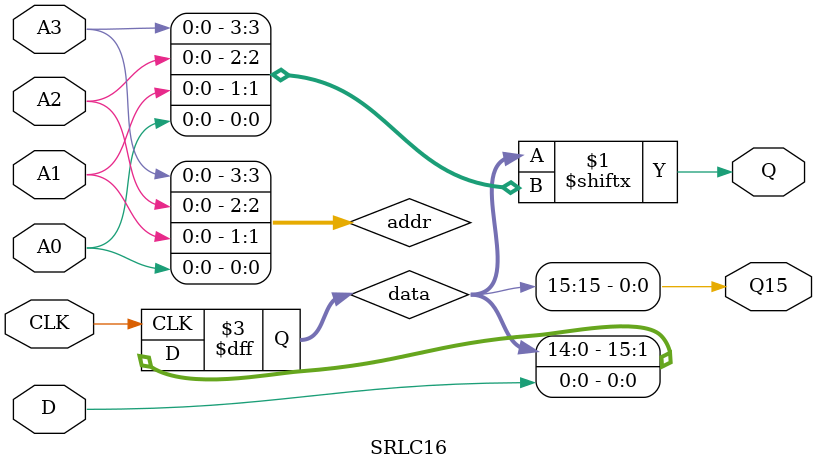
<source format=v>

/*

FUNCTION	: 16 bit Shift Register LUT w/ Carry

*/

//`celldefine
`timescale  100 ps / 10 ps

module SRLC16 (Q, Q15, A0, A1, A2, A3, CLK, D);

    parameter INIT = 16'h0000;

    output Q, Q15;

    input  A0, A1, A2, A3, CLK, D;

    reg  [5:0]  count;
    reg  [15:0] data;
    wire [3:0]  addr;
    wire	q_int;

    buf b_a3 (addr[3], A3);
    buf b_a2 (addr[2], A2);
    buf b_a1 (addr[1], A1);
    buf b_a0 (addr[0], A0);

    assign Q = data[addr];
    assign Q15 = data[15];

// synopsys translate_off
    initial begin
	for (count = 0; count < 16; count = count + 1)
	    data[count] <= INIT[count];
    end
// synopsys translate_on

    always @(posedge CLK) begin
	{data[15:0]} <= {data[14:0], D};
    end

endmodule

</source>
